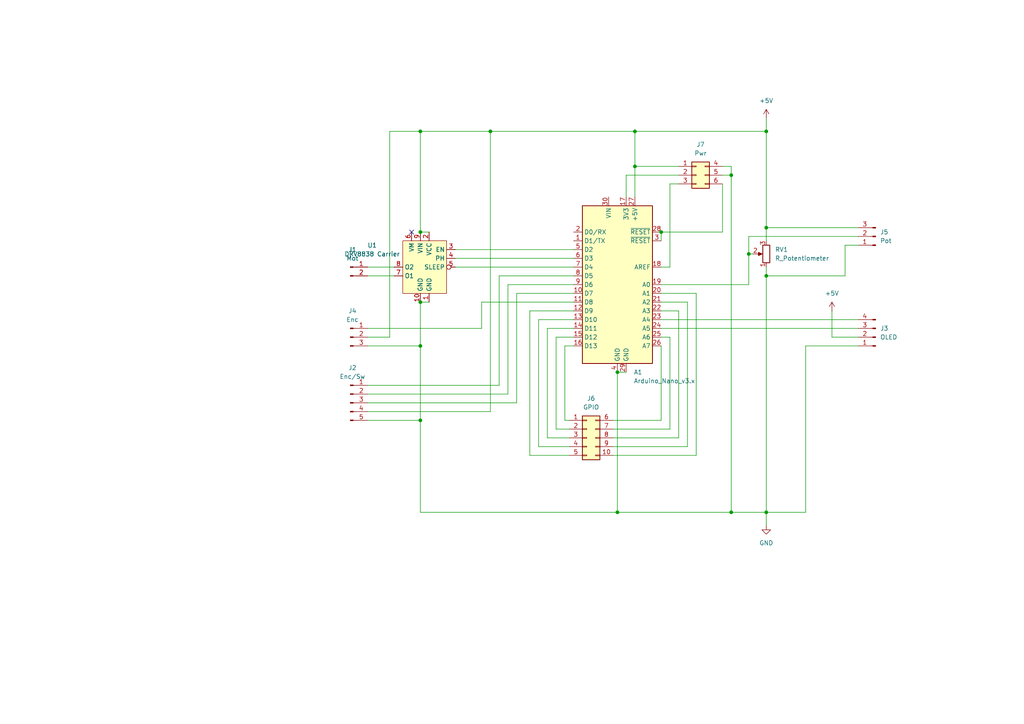
<source format=kicad_sch>
(kicad_sch (version 20231120) (generator "eeschema") (generator_version "8.0")
  (paper "A4")
  (title_block (title "StirDuino") (date "2024-11-01") (rev "1.0") (company "TU Bergakademie Freiberg") (comment 1 "Add wire bridge from D2 to D9 (D2 has no PWM)"))
  (lib_symbols
    (symbol "Connector:Conn_01x02_Pin" (pin_names (offset 1.016) hide)
      (property "Reference" "J" (at 0 2.54 0))
      (property "Value" "Conn_01x02_Pin" (at 0 -5.08 0))
      (symbol "Conn_01x02_Pin_1_1"
        (polyline (pts (xy 1.27 -2.54) (xy 0.8636 -2.54)) (stroke (width 0.1524)))
        (polyline (pts (xy 1.27 0) (xy 0.8636 0)) (stroke (width 0.1524)))
        (rectangle (start 0.8636 -2.413) (end 0 -2.667) (stroke (width 0.1524)) (fill (type outline)))
        (rectangle (start 0.8636 0.127) (end 0 -0.127) (stroke (width 0.1524)) (fill (type outline)))
        (pin passive line (at 5.08 0 180) (length 3.81) (name "Pin_1") (number "1"))
        (pin passive line (at 5.08 -2.54 180) (length 3.81) (name "Pin_2") (number "2"))
      )
    )
    (symbol "Connector:Conn_01x03_Pin" (pin_names (offset 1.016) hide)
      (property "Reference" "J" (at 0 5.08 0))
      (property "Value" "Conn_01x03_Pin" (at 0 -5.08 0))
      (symbol "Conn_01x03_Pin_1_1"
        (polyline (pts (xy 1.27 -2.54) (xy 0.8636 -2.54)) (stroke (width 0.1524)))
        (polyline (pts (xy 1.27 0) (xy 0.8636 0)) (stroke (width 0.1524)))
        (polyline (pts (xy 1.27 2.54) (xy 0.8636 2.54)) (stroke (width 0.1524)))
        (rectangle (start 0.8636 -2.413) (end 0 -2.667) (stroke (width 0.1524)) (fill (type outline)))
        (rectangle (start 0.8636 0.127) (end 0 -0.127) (stroke (width 0.1524)) (fill (type outline)))
        (rectangle (start 0.8636 2.667) (end 0 2.413) (stroke (width 0.1524)) (fill (type outline)))
        (pin passive line (at 5.08 2.54 180) (length 3.81) (name "Pin_1") (number "1"))
        (pin passive line (at 5.08 0 180) (length 3.81) (name "Pin_2") (number "2"))
        (pin passive line (at 5.08 -2.54 180) (length 3.81) (name "Pin_3") (number "3"))
      )
    )
    (symbol "Connector:Conn_01x04_Pin" (pin_names (offset 1.016) hide)
      (property "Reference" "J" (at 0 5.08 0))
      (property "Value" "Conn_01x04_Pin" (at 0 -7.62 0))
      (symbol "Conn_01x04_Pin_1_1"
        (polyline (pts (xy 1.27 -5.08) (xy 0.8636 -5.08)) (stroke (width 0.1524)))
        (polyline (pts (xy 1.27 -2.54) (xy 0.8636 -2.54)) (stroke (width 0.1524)))
        (polyline (pts (xy 1.27 0) (xy 0.8636 0)) (stroke (width 0.1524)))
        (polyline (pts (xy 1.27 2.54) (xy 0.8636 2.54)) (stroke (width 0.1524)))
        (rectangle (start 0.8636 -4.953) (end 0 -5.207) (stroke (width 0.1524)) (fill (type outline)))
        (rectangle (start 0.8636 -2.413) (end 0 -2.667) (stroke (width 0.1524)) (fill (type outline)))
        (rectangle (start 0.8636 0.127) (end 0 -0.127) (stroke (width 0.1524)) (fill (type outline)))
        (rectangle (start 0.8636 2.667) (end 0 2.413) (stroke (width 0.1524)) (fill (type outline)))
        (pin passive line (at 5.08 2.54 180) (length 3.81) (name "Pin_1") (number "1"))
        (pin passive line (at 5.08 0 180) (length 3.81) (name "Pin_2") (number "2"))
        (pin passive line (at 5.08 -2.54 180) (length 3.81) (name "Pin_3") (number "3"))
        (pin passive line (at 5.08 -5.08 180) (length 3.81) (name "Pin_4") (number "4"))
      )
    )
    (symbol "Connector:Conn_01x05_Pin" (pin_names (offset 1.016) hide)
      (property "Reference" "J" (at 0 7.62 0))
      (property "Value" "Conn_01x05_Pin" (at 0 -7.62 0))
      (symbol "Conn_01x05_Pin_1_1"
        (polyline (pts (xy 1.27 -5.08) (xy 0.8636 -5.08)) (stroke (width 0.1524)))
        (polyline (pts (xy 1.27 -2.54) (xy 0.8636 -2.54)) (stroke (width 0.1524)))
        (polyline (pts (xy 1.27 0) (xy 0.8636 0)) (stroke (width 0.1524)))
        (polyline (pts (xy 1.27 2.54) (xy 0.8636 2.54)) (stroke (width 0.1524)))
        (polyline (pts (xy 1.27 5.08) (xy 0.8636 5.08)) (stroke (width 0.1524)))
        (rectangle (start 0.8636 -4.953) (end 0 -5.207) (stroke (width 0.1524)) (fill (type outline)))
        (rectangle (start 0.8636 -2.413) (end 0 -2.667) (stroke (width 0.1524)) (fill (type outline)))
        (rectangle (start 0.8636 0.127) (end 0 -0.127) (stroke (width 0.1524)) (fill (type outline)))
        (rectangle (start 0.8636 2.667) (end 0 2.413) (stroke (width 0.1524)) (fill (type outline)))
        (rectangle (start 0.8636 5.207) (end 0 4.953) (stroke (width 0.1524)) (fill (type outline)))
        (pin passive line (at 5.08 5.08 180) (length 3.81) (name "Pin_1") (number "1"))
        (pin passive line (at 5.08 2.54 180) (length 3.81) (name "Pin_2") (number "2"))
        (pin passive line (at 5.08 0 180) (length 3.81) (name "Pin_3") (number "3"))
        (pin passive line (at 5.08 -2.54 180) (length 3.81) (name "Pin_4") (number "4"))
        (pin passive line (at 5.08 -5.08 180) (length 3.81) (name "Pin_5") (number "5"))
      )
    )
    (symbol "Connector_Generic:Conn_02x03_Top_Bottom" (pin_names (offset 1.016) hide)
      (property "Reference" "J" (at 1.27 5.08 0))
      (property "Value" "Conn_02x03_Top_Bottom" (at 1.27 -5.08 0))
      (symbol "Conn_02x03_Top_Bottom_1_1"
        (rectangle (start -1.27 -2.413) (end 0 -2.667) (stroke (width 0.1524)))
        (rectangle (start -1.27 0.127) (end 0 -0.127) (stroke (width 0.1524)))
        (rectangle (start -1.27 2.667) (end 0 2.413) (stroke (width 0.1524)))
        (rectangle (start -1.27 3.81) (end 3.81 -3.81) (stroke (width 0.254)) (fill (type background)))
        (rectangle (start 3.81 -2.413) (end 2.54 -2.667) (stroke (width 0.1524)))
        (rectangle (start 3.81 0.127) (end 2.54 -0.127) (stroke (width 0.1524)))
        (rectangle (start 3.81 2.667) (end 2.54 2.413) (stroke (width 0.1524)))
        (pin passive line (at -5.08 2.54 0) (length 3.81) (name "Pin_1") (number "1"))
        (pin passive line (at -5.08 0 0) (length 3.81) (name "Pin_2") (number "2"))
        (pin passive line (at -5.08 -2.54 0) (length 3.81) (name "Pin_3") (number "3"))
        (pin passive line (at 7.62 2.54 180) (length 3.81) (name "Pin_4") (number "4"))
        (pin passive line (at 7.62 0 180) (length 3.81) (name "Pin_5") (number "5"))
        (pin passive line (at 7.62 -2.54 180) (length 3.81) (name "Pin_6") (number "6"))
      )
    )
    (symbol "Connector_Generic:Conn_02x05_Top_Bottom" (pin_names (offset 1.016) hide)
      (property "Reference" "J" (at 1.27 7.62 0))
      (property "Value" "Conn_02x05_Top_Bottom" (at 1.27 -7.62 0))
      (symbol "Conn_02x05_Top_Bottom_1_1"
        (rectangle (start -1.27 -4.953) (end 0 -5.207) (stroke (width 0.1524)))
        (rectangle (start -1.27 -2.413) (end 0 -2.667) (stroke (width 0.1524)))
        (rectangle (start -1.27 0.127) (end 0 -0.127) (stroke (width 0.1524)))
        (rectangle (start -1.27 2.667) (end 0 2.413) (stroke (width 0.1524)))
        (rectangle (start -1.27 5.207) (end 0 4.953) (stroke (width 0.1524)))
        (rectangle (start -1.27 6.35) (end 3.81 -6.35) (stroke (width 0.254)) (fill (type background)))
        (rectangle (start 3.81 -4.953) (end 2.54 -5.207) (stroke (width 0.1524)))
        (rectangle (start 3.81 -2.413) (end 2.54 -2.667) (stroke (width 0.1524)))
        (rectangle (start 3.81 0.127) (end 2.54 -0.127) (stroke (width 0.1524)))
        (rectangle (start 3.81 2.667) (end 2.54 2.413) (stroke (width 0.1524)))
        (rectangle (start 3.81 5.207) (end 2.54 4.953) (stroke (width 0.1524)))
        (pin passive line (at -5.08 5.08 0) (length 3.81) (name "Pin_1") (number "1"))
        (pin passive line (at 7.62 -5.08 180) (length 3.81) (name "Pin_10") (number "10"))
        (pin passive line (at -5.08 2.54 0) (length 3.81) (name "Pin_2") (number "2"))
        (pin passive line (at -5.08 0 0) (length 3.81) (name "Pin_3") (number "3"))
        (pin passive line (at -5.08 -2.54 0) (length 3.81) (name "Pin_4") (number "4"))
        (pin passive line (at -5.08 -5.08 0) (length 3.81) (name "Pin_5") (number "5"))
        (pin passive line (at 7.62 5.08 180) (length 3.81) (name "Pin_6") (number "6"))
        (pin passive line (at 7.62 2.54 180) (length 3.81) (name "Pin_7") (number "7"))
        (pin passive line (at 7.62 0 180) (length 3.81) (name "Pin_8") (number "8"))
        (pin passive line (at 7.62 -2.54 180) (length 3.81) (name "Pin_9") (number "9"))
      )
    )
    (symbol "Device:R_Potentiometer" (pin_names (offset 1.016) hide)
      (property "Reference" "RV" (at -4.445 0 90))
      (property "Value" "R_Potentiometer" (at -2.54 0 90))
      (symbol "R_Potentiometer_0_1"
        (polyline (pts (xy 2.54 0) (xy 1.524 0)))
        (polyline (pts (xy 1.143 0) (xy 2.286 0.508) (xy 2.286 -0.508) (xy 1.143 0)) (fill (type outline)))
        (rectangle (start 1.016 2.54) (end -1.016 -2.54) (stroke (width 0.254)))
      )
      (symbol "R_Potentiometer_1_1"
        (pin passive line (at 0 3.81 270) (length 1.27) (name "1") (number "1"))
        (pin passive line (at 3.81 0 180) (length 1.27) (name "2") (number "2"))
        (pin passive line (at 0 -3.81 90) (length 1.27) (name "3") (number "3"))
      )
    )
    (symbol "MCU_Module:Arduino_Nano_v3.x"
      (property "Reference" "A" (at -10.16 23.495 0))
      (property "Value" "Arduino_Nano_v3.x" (at 5.08 -24.13 0))
      (symbol "Arduino_Nano_v3.x_0_1"
        (rectangle (start -10.16 22.86) (end 10.16 -22.86) (stroke (width 0.254)) (fill (type background)))
      )
      (symbol "Arduino_Nano_v3.x_1_1"
        (pin bidirectional line (at -12.7 12.7 0) (length 2.54) (name "D1/TX") (number "1"))
        (pin bidirectional line (at -12.7 -2.54 0) (length 2.54) (name "D7") (number "10"))
        (pin bidirectional line (at -12.7 -5.08 0) (length 2.54) (name "D8") (number "11"))
        (pin bidirectional line (at -12.7 -7.62 0) (length 2.54) (name "D9") (number "12"))
        (pin bidirectional line (at -12.7 -10.16 0) (length 2.54) (name "D10") (number "13"))
        (pin bidirectional line (at -12.7 -12.7 0) (length 2.54) (name "D11") (number "14"))
        (pin bidirectional line (at -12.7 -15.24 0) (length 2.54) (name "D12") (number "15"))
        (pin bidirectional line (at -12.7 -17.78 0) (length 2.54) (name "D13") (number "16"))
        (pin power_out line (at 2.54 25.4 270) (length 2.54) (name "3V3") (number "17"))
        (pin input line (at 12.7 5.08 180) (length 2.54) (name "AREF") (number "18"))
        (pin bidirectional line (at 12.7 0 180) (length 2.54) (name "A0") (number "19"))
        (pin bidirectional line (at -12.7 15.24 0) (length 2.54) (name "D0/RX") (number "2"))
        (pin bidirectional line (at 12.7 -2.54 180) (length 2.54) (name "A1") (number "20"))
        (pin bidirectional line (at 12.7 -5.08 180) (length 2.54) (name "A2") (number "21"))
        (pin bidirectional line (at 12.7 -7.62 180) (length 2.54) (name "A3") (number "22"))
        (pin bidirectional line (at 12.7 -10.16 180) (length 2.54) (name "A4") (number "23"))
        (pin bidirectional line (at 12.7 -12.7 180) (length 2.54) (name "A5") (number "24"))
        (pin bidirectional line (at 12.7 -15.24 180) (length 2.54) (name "A6") (number "25"))
        (pin bidirectional line (at 12.7 -17.78 180) (length 2.54) (name "A7") (number "26"))
        (pin power_out line (at 5.08 25.4 270) (length 2.54) (name "+5V") (number "27"))
        (pin input line (at 12.7 15.24 180) (length 2.54) (name "~{RESET}") (number "28"))
        (pin power_in line (at 2.54 -25.4 90) (length 2.54) (name "GND") (number "29"))
        (pin input line (at 12.7 12.7 180) (length 2.54) (name "~{RESET}") (number "3"))
        (pin power_in line (at -2.54 25.4 270) (length 2.54) (name "VIN") (number "30"))
        (pin power_in line (at 0 -25.4 90) (length 2.54) (name "GND") (number "4"))
        (pin bidirectional line (at -12.7 10.16 0) (length 2.54) (name "D2") (number "5"))
        (pin bidirectional line (at -12.7 7.62 0) (length 2.54) (name "D3") (number "6"))
        (pin bidirectional line (at -12.7 5.08 0) (length 2.54) (name "D4") (number "7"))
        (pin bidirectional line (at -12.7 2.54 0) (length 2.54) (name "D5") (number "8"))
        (pin bidirectional line (at -12.7 0 0) (length 2.54) (name "D6") (number "9"))
      )
    )
    (symbol "Motor_driver:DRV8838_Carrier"
      (property "Reference" "U" (at 0.762 16.51 0))
      (property "Value" "DRV8838 Carrier" (at 16.51 -1.27 0))
      (symbol "DRV8838_Carrier_1_1"
        (rectangle (start 0 15.24) (end 12.7 0) (fill (type background)))
        (pin power_in line (at 5.08 -2.54 90) (length 2.54) (name "GND") (number "1"))
        (pin power_in line (at 7.62 -2.54 90) (length 2.54) (name "GND") (number "10"))
        (pin power_in line (at 5.08 17.78 270) (length 2.54) (name "VCC") (number "2"))
        (pin input line (at -2.54 12.7 0) (length 2.54) (name "EN") (number "3"))
        (pin input line (at -2.54 10.16 0) (length 2.54) (name "PH") (number "4"))
        (pin input inverted (at -2.54 7.62 0) (length 2.54) (name "SLEEP") (number "5"))
        (pin power_in line (at 10.16 17.78 270) (length 2.54) (name "VM") (number "6"))
        (pin output line (at 15.24 5.08 180) (length 2.54) (name "O1") (number "7"))
        (pin output line (at 15.24 7.62 180) (length 2.54) (name "O2") (number "8"))
        (pin power_in line (at 7.62 17.78 270) (length 2.54) (name "VIN") (number "9"))
      )
    )
    (symbol "power:+5V" (power) (pin_numbers hide) (pin_names (offset 0) hide)
      (property "Value" "+5V" (at 0 3.556 0))
      (symbol "+5V_0_1"
        (polyline (pts (xy -0.762 1.27) (xy 0 2.54)))
        (polyline (pts (xy 0 0) (xy 0 2.54)))
        (polyline (pts (xy 0 2.54) (xy 0.762 1.27)))
      )
      (symbol "+5V_1_1"
        (pin power_in line (at 0 0 90) (length 0) (name "~") (number "1"))
      )
    )
    (symbol "power:GND" (power) (pin_numbers hide) (pin_names (offset 0) hide)
      (property "Value" "GND" (at 0 -3.81 0))
      (symbol "GND_0_1"
        (polyline (pts (xy 0 0) (xy 0 -1.27) (xy 1.27 -1.27) (xy 0 -2.54) (xy -1.27 -1.27) (xy 0 -1.27)))
      )
      (symbol "GND_1_1"
        (pin power_in line (at 0 0 270) (length 0) (name "~") (number "1"))
      )
    )
  )
  (junction (at 212.09 148.59))
  (junction (at 179.07 107.95))
  (junction (at 121.92 121.92))
  (junction (at 184.15 48.26))
  (junction (at 184.15 38.1))
  (junction (at 121.92 100.33))
  (junction (at 217.17 73.66))
  (junction (at 222.25 80.01))
  (junction (at 121.92 87.63))
  (junction (at 191.77 67.31))
  (junction (at 142.24 38.1))
  (junction (at 222.25 148.59))
  (junction (at 212.09 50.8))
  (junction (at 222.25 66.04))
  (junction (at 222.25 38.1))
  (junction (at 121.92 67.31))
  (junction (at 179.07 148.59))
  (junction (at 121.92 38.1))
  (no_connect (at 119.38 67.31))
  (wire (pts (xy 191.77 100.33) (xy 191.77 121.92)))
  (wire (pts (xy 248.92 100.33) (xy 233.68 100.33)))
  (wire (pts (xy 217.17 73.66) (xy 217.17 82.55)))
  (wire (pts (xy 139.7 87.63) (xy 166.37 87.63)))
  (wire (pts (xy 106.68 100.33) (xy 121.92 100.33)))
  (wire (pts (xy 222.25 80.01) (xy 245.11 80.01)))
  (wire (pts (xy 166.37 95.25) (xy 158.75 95.25)))
  (wire (pts (xy 163.83 121.92) (xy 165.1 121.92)))
  (wire (pts (xy 217.17 73.66) (xy 218.44 73.66)))
  (wire (pts (xy 184.15 48.26) (xy 196.85 48.26)))
  (wire (pts (xy 212.09 148.59) (xy 222.25 148.59)))
  (wire (pts (xy 217.17 82.55) (xy 191.77 82.55)))
  (wire (pts (xy 106.68 80.01) (xy 114.3 80.01)))
  (wire (pts (xy 191.77 95.25) (xy 248.92 95.25)))
  (wire (pts (xy 196.85 127) (xy 177.8 127)))
  (wire (pts (xy 212.09 48.26) (xy 212.09 50.8)))
  (wire (pts (xy 161.29 97.79) (xy 161.29 124.46)))
  (wire (pts (xy 106.68 116.84) (xy 149.86 116.84)))
  (wire (pts (xy 248.92 97.79) (xy 241.3 97.79)))
  (wire (pts (xy 209.55 53.34) (xy 209.55 67.31)))
  (wire (pts (xy 106.68 111.76) (xy 144.78 111.76)))
  (wire (pts (xy 222.25 66.04) (xy 222.25 69.85)))
  (wire (pts (xy 142.24 38.1) (xy 184.15 38.1)))
  (wire (pts (xy 233.68 100.33) (xy 233.68 148.59)))
  (wire (pts (xy 153.67 90.17) (xy 153.67 132.08)))
  (wire (pts (xy 209.55 48.26) (xy 212.09 48.26)))
  (wire (pts (xy 121.92 38.1) (xy 142.24 38.1)))
  (wire (pts (xy 121.92 100.33) (xy 121.92 87.63)))
  (wire (pts (xy 121.92 67.31) (xy 124.46 67.31)))
  (wire (pts (xy 194.31 124.46) (xy 177.8 124.46)))
  (wire (pts (xy 222.25 148.59) (xy 222.25 152.4)))
  (wire (pts (xy 191.77 90.17) (xy 196.85 90.17)))
  (wire (pts (xy 199.39 129.54) (xy 177.8 129.54)))
  (wire (pts (xy 144.78 111.76) (xy 144.78 80.01)))
  (wire (pts (xy 184.15 38.1) (xy 222.25 38.1)))
  (wire (pts (xy 132.08 72.39) (xy 166.37 72.39)))
  (wire (pts (xy 179.07 107.95) (xy 179.07 148.59)))
  (wire (pts (xy 149.86 85.09) (xy 166.37 85.09)))
  (wire (pts (xy 191.77 87.63) (xy 199.39 87.63)))
  (wire (pts (xy 156.21 92.71) (xy 156.21 129.54)))
  (wire (pts (xy 147.32 82.55) (xy 166.37 82.55)))
  (wire (pts (xy 199.39 87.63) (xy 199.39 129.54)))
  (wire (pts (xy 245.11 80.01) (xy 245.11 71.12)))
  (wire (pts (xy 196.85 50.8) (xy 181.61 50.8)))
  (wire (pts (xy 233.68 148.59) (xy 222.25 148.59)))
  (wire (pts (xy 121.92 38.1) (xy 121.92 67.31)))
  (wire (pts (xy 163.83 100.33) (xy 163.83 121.92)))
  (wire (pts (xy 121.92 148.59) (xy 179.07 148.59)))
  (wire (pts (xy 245.11 71.12) (xy 248.92 71.12)))
  (wire (pts (xy 113.03 97.79) (xy 113.03 38.1)))
  (wire (pts (xy 156.21 129.54) (xy 165.1 129.54)))
  (wire (pts (xy 209.55 67.31) (xy 191.77 67.31)))
  (wire (pts (xy 222.25 77.47) (xy 222.25 80.01)))
  (wire (pts (xy 161.29 124.46) (xy 165.1 124.46)))
  (wire (pts (xy 217.17 68.58) (xy 217.17 73.66)))
  (wire (pts (xy 132.08 74.93) (xy 166.37 74.93)))
  (wire (pts (xy 166.37 90.17) (xy 153.67 90.17)))
  (wire (pts (xy 209.55 50.8) (xy 212.09 50.8)))
  (wire (pts (xy 106.68 97.79) (xy 113.03 97.79)))
  (wire (pts (xy 106.68 121.92) (xy 121.92 121.92)))
  (wire (pts (xy 132.08 77.47) (xy 166.37 77.47)))
  (wire (pts (xy 191.77 67.31) (xy 191.77 69.85)))
  (wire (pts (xy 201.93 132.08) (xy 177.8 132.08)))
  (wire (pts (xy 106.68 77.47) (xy 114.3 77.47)))
  (wire (pts (xy 166.37 97.79) (xy 161.29 97.79)))
  (wire (pts (xy 179.07 107.95) (xy 181.61 107.95)))
  (wire (pts (xy 184.15 48.26) (xy 184.15 57.15)))
  (wire (pts (xy 147.32 114.3) (xy 147.32 82.55)))
  (wire (pts (xy 191.77 121.92) (xy 177.8 121.92)))
  (wire (pts (xy 194.31 53.34) (xy 196.85 53.34)))
  (wire (pts (xy 106.68 114.3) (xy 147.32 114.3)))
  (wire (pts (xy 179.07 148.59) (xy 212.09 148.59)))
  (wire (pts (xy 113.03 38.1) (xy 121.92 38.1)))
  (wire (pts (xy 196.85 90.17) (xy 196.85 127)))
  (wire (pts (xy 222.25 80.01) (xy 222.25 148.59)))
  (wire (pts (xy 201.93 85.09) (xy 201.93 132.08)))
  (wire (pts (xy 106.68 119.38) (xy 142.24 119.38)))
  (wire (pts (xy 212.09 50.8) (xy 212.09 148.59)))
  (wire (pts (xy 166.37 100.33) (xy 163.83 100.33)))
  (wire (pts (xy 184.15 38.1) (xy 184.15 48.26)))
  (wire (pts (xy 222.25 34.29) (xy 222.25 38.1)))
  (wire (pts (xy 194.31 77.47) (xy 194.31 53.34)))
  (wire (pts (xy 191.77 97.79) (xy 194.31 97.79)))
  (wire (pts (xy 153.67 132.08) (xy 165.1 132.08)))
  (wire (pts (xy 121.92 148.59) (xy 121.92 121.92)))
  (wire (pts (xy 149.86 116.84) (xy 149.86 85.09)))
  (wire (pts (xy 166.37 92.71) (xy 156.21 92.71)))
  (wire (pts (xy 191.77 92.71) (xy 248.92 92.71)))
  (wire (pts (xy 191.77 77.47) (xy 194.31 77.47)))
  (wire (pts (xy 121.92 121.92) (xy 121.92 100.33)))
  (wire (pts (xy 181.61 50.8) (xy 181.61 57.15)))
  (wire (pts (xy 121.92 87.63) (xy 124.46 87.63)))
  (wire (pts (xy 158.75 127) (xy 165.1 127)))
  (wire (pts (xy 248.92 68.58) (xy 217.17 68.58)))
  (wire (pts (xy 191.77 85.09) (xy 201.93 85.09)))
  (wire (pts (xy 142.24 38.1) (xy 142.24 119.38)))
  (wire (pts (xy 144.78 80.01) (xy 166.37 80.01)))
  (wire (pts (xy 241.3 90.17) (xy 241.3 97.79)))
  (wire (pts (xy 158.75 95.25) (xy 158.75 127)))
  (wire (pts (xy 222.25 38.1) (xy 222.25 66.04)))
  (wire (pts (xy 194.31 97.79) (xy 194.31 124.46)))
  (wire (pts (xy 139.7 95.25) (xy 139.7 87.63)))
  (wire (pts (xy 222.25 66.04) (xy 248.92 66.04)))
  (wire (pts (xy 106.68 95.25) (xy 139.7 95.25)))
  (symbol (lib_id "Connector:Conn_01x05_Pin") (at 101.6 116.84 0) (unit 1)
    (property "Reference" "J2" (at 102.235 106.68 0))
    (property "Value" "Enc/Sw" (at 102.235 109.22 0))
    (property "Footprint" "Connector_JST:JST_PH_S5B-PH-K_1x05_P2.00mm_Horizontal" (effects (hide yes)))
    (property "Description" "Generic connector, single row, 01x05, script generated" (effects (hide yes)))
  )
  (symbol (lib_id "Connector:Conn_01x03_Pin") (at 254 68.58 180) (unit 1)
    (property "Reference" "J5" (at 255.27 67.3099 0) (effects (justify right)))
    (property "Value" "Pot" (at 255.27 69.8499 0) (effects (justify right)))
    (property "Footprint" "Connector_JST:JST_PH_S3B-PH-K_1x03_P2.00mm_Horizontal" (effects (hide yes)))
    (property "Description" "Generic connector, single row, 01x03, script generated" (effects (hide yes)))
  )
  (symbol (lib_id "power:GND") (at 222.25 152.4 0) (unit 1)
    (property "Reference" "#PWR02" (effects (hide yes)))
    (property "Value" "GND" (at 222.25 157.48 0))
    (property "Description" "Power symbol creates a global label with name \"GND\" , ground" (effects (hide yes)))
  )
  (symbol (lib_id "Connector:Conn_01x02_Pin") (at 101.6 77.47 0) (unit 1)
    (property "Reference" "J1" (at 102.235 72.39 0))
    (property "Value" "Mot" (at 102.235 74.93 0))
    (property "Footprint" "Connector_JST:JST_PH_S2B-PH-K_1x02_P2.00mm_Horizontal" (effects (hide yes)))
    (property "Description" "Generic connector, single row, 01x02, script generated" (effects (hide yes)))
  )
  (symbol (lib_id "Device:R_Potentiometer") (at 222.25 73.66 180) (unit 1)
    (property "Reference" "RV1" (at 224.79 72.3899 0) (effects (justify right)))
    (property "Value" "R_Potentiometer" (at 224.79 74.9299 0) (effects (justify right)))
    (property "Footprint" "Potentiometer_THT:Potentiometer_Alps_RK163_Single_Horizontal" (effects (hide yes)))
    (property "Description" "Potentiometer" (effects (hide yes)))
  )
  (symbol (lib_id "Connector:Conn_01x03_Pin") (at 101.6 97.79 0) (unit 1)
    (property "Reference" "J4" (at 102.235 90.17 0))
    (property "Value" "Enc" (at 102.235 92.71 0))
    (property "Footprint" "Connector_JST:JST_PH_S3B-PH-K_1x03_P2.00mm_Horizontal" (effects (hide yes)))
    (property "Description" "Generic connector, single row, 01x03, script generated" (effects (hide yes)))
  )
  (symbol (lib_id "Connector:Conn_01x04_Pin") (at 254 97.79 180) (unit 1)
    (property "Reference" "J3" (at 255.27 95.2499 0) (effects (justify right)))
    (property "Value" "OLED" (at 255.27 97.7899 0) (effects (justify right)))
    (property "Footprint" "Connector_JST:JST_PH_S4B-PH-K_1x04_P2.00mm_Horizontal" (effects (hide yes)))
    (property "Description" "Generic connector, single row, 01x04, script generated" (effects (hide yes)))
  )
  (symbol (lib_id "Connector_Generic:Conn_02x03_Top_Bottom") (at 201.93 50.8 0) (unit 1)
    (property "Reference" "J7" (at 203.2 41.91 0))
    (property "Value" "Pwr" (at 203.2 44.45 0))
    (property "Footprint" "Connector_PinHeader_2.54mm:PinHeader_2x03_P2.54mm_Vertical" (effects (hide yes)))
    (property "Description" "Generic connector, double row, 02x03, top/bottom pin numbering scheme (row 1: 1...pins_per_row, row2: pins_per_row+1 ... num_pins), script generated (kicad-library-utils/schlib/autogen/connector/)" (effects (hide yes)))
  )
  (symbol (lib_id "Motor_driver:DRV8838_Carrier") (at 129.54 85.09 0) (mirror y) (unit 1)
    (property "Reference" "U1" (at 107.95 71.1514 0))
    (property "Value" "DRV8838 Carrier" (at 107.95 73.6914 0))
    (property "Footprint" "Motor_drivers:DRV8838 Carrier" (effects (hide yes)))
  )
  (symbol (lib_id "power:+5V") (at 222.25 34.29 0) (unit 1)
    (property "Reference" "#PWR01" (effects (hide yes)))
    (property "Value" "+5V" (at 222.25 29.21 0))
    (property "Description" "Power symbol creates a global label with name \"+5V\"" (effects (hide yes)))
  )
  (symbol (lib_id "Connector_Generic:Conn_02x05_Top_Bottom") (at 170.18 127 0) (unit 1)
    (property "Reference" "J6" (at 171.45 115.57 0))
    (property "Value" "GPIO" (at 171.45 118.11 0))
    (property "Footprint" "Connector_PinHeader_2.54mm:PinHeader_2x05_P2.54mm_Vertical" (effects (hide yes)))
    (property "Description" "Generic connector, double row, 02x05, top/bottom pin numbering scheme (row 1: 1...pins_per_row, row2: pins_per_row+1 ... num_pins), script generated (kicad-library-utils/schlib/autogen/connector/)" (effects (hide yes)))
  )
  (symbol (lib_id "MCU_Module:Arduino_Nano_v3.x") (at 179.07 82.55 0) (unit 1)
    (property "Reference" "A1" (at 183.8041 107.95 0) (effects (justify left)))
    (property "Value" "Arduino_Nano_v3.x" (at 183.8041 110.49 0) (effects (justify left)))
    (property "Footprint" "Module:Arduino_Nano" (effects (hide yes)))
    (property "Datasheet" "http://www.mouser.com/pdfdocs/Gravitech_Arduino_Nano3_0.pdf" (effects (hide yes)))
    (property "Description" "Arduino Nano v3.x" (effects (hide yes)))
  )
  (symbol (lib_id "power:+5V") (at 241.3 90.17 0) (unit 1)
    (property "Reference" "#PWR03" (effects (hide yes)))
    (property "Value" "+5V" (at 241.3 85.09 0))
    (property "Description" "Power symbol creates a global label with name \"+5V\"" (effects (hide yes)))
  )
)
</source>
